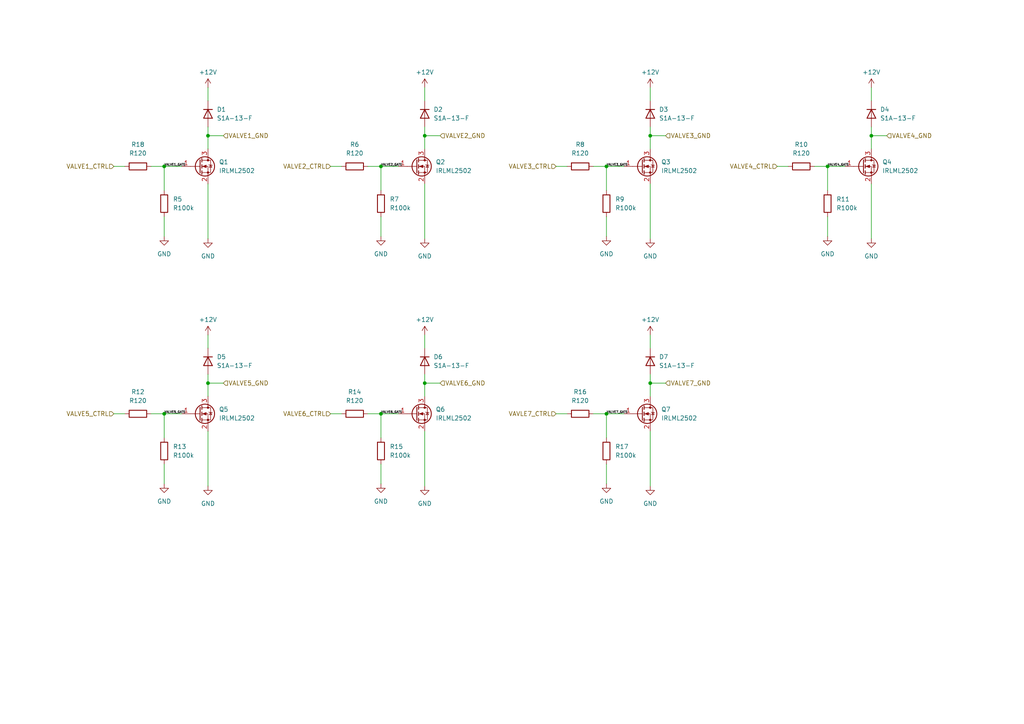
<source format=kicad_sch>
(kicad_sch (version 20230121) (generator eeschema)
  (paper "A4")
  (title_block (title "openautolab - Mainboard") (date "2024-04-03") (rev "1.0"))
  (lib_symbols
    (symbol "Device:D" (pin_numbers hide) (pin_names (offset 1.016) hide)
      (property "Reference" "D" (at 0 2.54 0))
      (property "Value" "D" (at 0 -2.54 0))
      (symbol "D_0_1"
        (polyline (pts (xy -1.27 1.27) (xy -1.27 -1.27)) (stroke (width 0.254)))
        (polyline (pts (xy 1.27 0) (xy -1.27 0)))
        (polyline (pts (xy 1.27 1.27) (xy 1.27 -1.27) (xy -1.27 0) (xy 1.27 1.27)) (stroke (width 0.254)))
      )
      (symbol "D_1_1"
        (pin passive line (at -3.81 0 0) (length 2.54) (name "K") (number "1"))
        (pin passive line (at 3.81 0 180) (length 2.54) (name "A") (number "2"))
      )
    )
    (symbol "Device:Q_NMOS_GSD" (pin_names (offset 0) hide)
      (property "Reference" "Q" (at 5.08 1.27 0))
      (property "Value" "Q_NMOS_GSD" (at 5.08 -1.27 0))
      (symbol "Q_NMOS_GSD_0_1"
        (polyline (pts (xy 0.254 0) (xy -2.54 0)))
        (polyline (pts (xy 0.254 1.905) (xy 0.254 -1.905)) (stroke (width 0.254)))
        (polyline (pts (xy 0.762 -1.27) (xy 0.762 -2.286)) (stroke (width 0.254)))
        (polyline (pts (xy 0.762 0.508) (xy 0.762 -0.508)) (stroke (width 0.254)))
        (polyline (pts (xy 0.762 2.286) (xy 0.762 1.27)) (stroke (width 0.254)))
        (polyline (pts (xy 2.54 2.54) (xy 2.54 1.778)))
        (polyline (pts (xy 2.54 -2.54) (xy 2.54 0) (xy 0.762 0)))
        (polyline (pts (xy 0.762 -1.778) (xy 3.302 -1.778) (xy 3.302 1.778) (xy 0.762 1.778)))
        (polyline (pts (xy 1.016 0) (xy 2.032 0.381) (xy 2.032 -0.381) (xy 1.016 0)) (fill (type outline)))
        (polyline (pts (xy 2.794 0.508) (xy 2.921 0.381) (xy 3.683 0.381) (xy 3.81 0.254)))
        (polyline (pts (xy 3.302 0.381) (xy 2.921 -0.254) (xy 3.683 -0.254) (xy 3.302 0.381)))
        (circle (center 1.651 0) (radius 2.794) (stroke (width 0.254)))
        (circle (center 2.54 -1.778) (radius 0.254) (fill (type outline)))
        (circle (center 2.54 1.778) (radius 0.254) (fill (type outline)))
      )
      (symbol "Q_NMOS_GSD_1_1"
        (pin input line (at -5.08 0 0) (length 2.54) (name "G") (number "1"))
        (pin passive line (at 2.54 -5.08 90) (length 2.54) (name "S") (number "2"))
        (pin passive line (at 2.54 5.08 270) (length 2.54) (name "D") (number "3"))
      )
    )
    (symbol "Device:R" (pin_numbers hide) (pin_names (offset 0))
      (property "Reference" "R" (at 2.032 0 90))
      (property "Value" "R" (at 0 0 90))
      (symbol "R_0_1"
        (rectangle (start -1.016 -2.54) (end 1.016 2.54) (stroke (width 0.254)))
      )
      (symbol "R_1_1"
        (pin passive line (at 0 3.81 270) (length 1.27) (name "~") (number "1"))
        (pin passive line (at 0 -3.81 90) (length 1.27) (name "~") (number "2"))
      )
    )
    (symbol "power:+12V" (power) (pin_names (offset 0))
      (property "Value" "+12V" (at 0 3.556 0))
      (symbol "+12V_0_1"
        (polyline (pts (xy -0.762 1.27) (xy 0 2.54)))
        (polyline (pts (xy 0 0) (xy 0 2.54)))
        (polyline (pts (xy 0 2.54) (xy 0.762 1.27)))
      )
      (symbol "+12V_1_1"
        (pin power_in line (at 0 0 90) (length 0) hide (name "+12V") (number "1"))
      )
    )
    (symbol "power:GND" (power) (pin_names (offset 0))
      (property "Value" "GND" (at 0 -3.81 0))
      (symbol "GND_0_1"
        (polyline (pts (xy 0 0) (xy 0 -1.27) (xy 1.27 -1.27) (xy 0 -2.54) (xy -1.27 -1.27) (xy 0 -1.27)))
      )
      (symbol "GND_1_1"
        (pin power_in line (at 0 0 270) (length 0) hide (name "GND") (number "1"))
      )
    )
  )
  (junction (at 60.325 111.125))
  (junction (at 188.595 111.125))
  (junction (at 123.19 111.125))
  (junction (at 252.73 39.37))
  (junction (at 60.325 39.37))
  (junction (at 175.895 120.015))
  (junction (at 47.625 120.015))
  (junction (at 47.625 48.26))
  (junction (at 175.895 48.26))
  (junction (at 188.595 39.37))
  (junction (at 110.49 48.26))
  (junction (at 110.49 120.015))
  (junction (at 123.19 39.37))
  (junction (at 240.03 48.26))
  (wire (pts (xy 33.02 120.015) (xy 36.195 120.015)))
  (wire (pts (xy 257.175 39.37) (xy 252.73 39.37)))
  (wire (pts (xy 123.19 39.37) (xy 123.19 43.18)))
  (wire (pts (xy 175.895 120.015) (xy 175.895 127)))
  (wire (pts (xy 60.325 36.83) (xy 60.325 39.37)))
  (wire (pts (xy 95.885 48.26) (xy 99.06 48.26)))
  (wire (pts (xy 47.625 48.26) (xy 52.705 48.26)))
  (wire (pts (xy 47.625 48.26) (xy 47.625 55.245)))
  (wire (pts (xy 123.19 97.155) (xy 123.19 100.965)))
  (wire (pts (xy 60.325 97.155) (xy 60.325 100.965)))
  (wire (pts (xy 60.325 39.37) (xy 60.325 43.18)))
  (wire (pts (xy 193.04 111.125) (xy 188.595 111.125)))
  (wire (pts (xy 123.19 25.4) (xy 123.19 29.21)))
  (wire (pts (xy 161.29 120.015) (xy 164.465 120.015)))
  (wire (pts (xy 252.73 53.34) (xy 252.73 69.215)))
  (wire (pts (xy 252.73 39.37) (xy 252.73 43.18)))
  (wire (pts (xy 175.895 120.015) (xy 180.975 120.015)))
  (wire (pts (xy 64.77 39.37) (xy 60.325 39.37)))
  (wire (pts (xy 33.02 48.26) (xy 36.195 48.26)))
  (wire (pts (xy 110.49 48.26) (xy 115.57 48.26)))
  (wire (pts (xy 47.625 120.015) (xy 47.625 127)))
  (wire (pts (xy 110.49 62.865) (xy 110.49 68.58)))
  (wire (pts (xy 110.49 120.015) (xy 110.49 127)))
  (wire (pts (xy 172.085 48.26) (xy 175.895 48.26)))
  (wire (pts (xy 236.22 48.26) (xy 240.03 48.26)))
  (wire (pts (xy 60.325 53.34) (xy 60.325 69.215)))
  (wire (pts (xy 43.815 48.26) (xy 47.625 48.26)))
  (wire (pts (xy 161.29 48.26) (xy 164.465 48.26)))
  (wire (pts (xy 47.625 62.865) (xy 47.625 68.58)))
  (wire (pts (xy 106.68 120.015) (xy 110.49 120.015)))
  (wire (pts (xy 252.73 25.4) (xy 252.73 29.21)))
  (wire (pts (xy 60.325 111.125) (xy 60.325 114.935)))
  (wire (pts (xy 123.19 36.83) (xy 123.19 39.37)))
  (wire (pts (xy 188.595 108.585) (xy 188.595 111.125)))
  (wire (pts (xy 175.895 48.26) (xy 180.975 48.26)))
  (wire (pts (xy 60.325 125.095) (xy 60.325 140.97)))
  (wire (pts (xy 240.03 62.865) (xy 240.03 68.58)))
  (wire (pts (xy 127.635 39.37) (xy 123.19 39.37)))
  (wire (pts (xy 188.595 53.34) (xy 188.595 69.215)))
  (wire (pts (xy 188.595 36.83) (xy 188.595 39.37)))
  (wire (pts (xy 47.625 134.62) (xy 47.625 140.335)))
  (wire (pts (xy 225.425 48.26) (xy 228.6 48.26)))
  (wire (pts (xy 110.49 48.26) (xy 110.49 55.245)))
  (wire (pts (xy 64.77 111.125) (xy 60.325 111.125)))
  (wire (pts (xy 188.595 97.155) (xy 188.595 100.965)))
  (wire (pts (xy 60.325 108.585) (xy 60.325 111.125)))
  (wire (pts (xy 123.19 53.34) (xy 123.19 69.215)))
  (wire (pts (xy 188.595 39.37) (xy 188.595 43.18)))
  (wire (pts (xy 110.49 120.015) (xy 115.57 120.015)))
  (wire (pts (xy 240.03 48.26) (xy 245.11 48.26)))
  (wire (pts (xy 106.68 48.26) (xy 110.49 48.26)))
  (wire (pts (xy 188.595 25.4) (xy 188.595 29.21)))
  (wire (pts (xy 175.895 134.62) (xy 175.895 140.335)))
  (wire (pts (xy 60.325 25.4) (xy 60.325 29.21)))
  (wire (pts (xy 175.895 62.865) (xy 175.895 68.58)))
  (wire (pts (xy 123.19 108.585) (xy 123.19 111.125)))
  (wire (pts (xy 123.19 125.095) (xy 123.19 140.97)))
  (wire (pts (xy 252.73 36.83) (xy 252.73 39.37)))
  (wire (pts (xy 240.03 48.26) (xy 240.03 55.245)))
  (wire (pts (xy 175.895 48.26) (xy 175.895 55.245)))
  (wire (pts (xy 95.885 120.015) (xy 99.06 120.015)))
  (wire (pts (xy 43.815 120.015) (xy 47.625 120.015)))
  (wire (pts (xy 127.635 111.125) (xy 123.19 111.125)))
  (wire (pts (xy 172.085 120.015) (xy 175.895 120.015)))
  (wire (pts (xy 110.49 134.62) (xy 110.49 140.335)))
  (wire (pts (xy 123.19 111.125) (xy 123.19 114.935)))
  (wire (pts (xy 188.595 111.125) (xy 188.595 114.935)))
  (wire (pts (xy 193.04 39.37) (xy 188.595 39.37)))
  (wire (pts (xy 188.595 125.095) (xy 188.595 140.97)))
  (wire (pts (xy 47.625 120.015) (xy 52.705 120.015)))
  (label "VALVE2_GATE" (at 110.49 48.26 0) (effects (font (size 0.635 0.635))))
  (label "VALVE1_GATE" (at 47.625 48.26 0) (effects (font (size 0.635 0.635))))
  (label "VALVE6_GATE" (at 110.49 120.015 0) (effects (font (size 0.635 0.635))))
  (label "VALVE4_GATE" (at 240.03 48.26 0) (effects (font (size 0.635 0.635))))
  (label "VALVE7_GATE" (at 175.895 120.015 0) (effects (font (size 0.635 0.635))))
  (label "VALVE5_GATE" (at 47.625 120.015 0) (effects (font (size 0.635 0.635))))
  (label "VALVE3_GATE" (at 175.895 48.26 0) (effects (font (size 0.635 0.635))))
  (hierarchical_label "VALVE5_CTRL" (shape input) (at 33.02 120.015 180))
  (hierarchical_label "VALVE1_GND" (shape input) (at 64.77 39.37 0))
  (hierarchical_label "VALVE7_GND" (shape input) (at 193.04 111.125 0))
  (hierarchical_label "VALVE6_GND" (shape input) (at 127.635 111.125 0))
  (hierarchical_label "VALVE2_GND" (shape input) (at 127.635 39.37 0))
  (hierarchical_label "VALVE2_CTRL" (shape input) (at 95.885 48.26 180))
  (hierarchical_label "VALVE3_GND" (shape input) (at 193.04 39.37 0))
  (hierarchical_label "VALVE6_CTRL" (shape input) (at 95.885 120.015 180))
  (hierarchical_label "VALVE4_CTRL" (shape input) (at 225.425 48.26 180))
  (hierarchical_label "VALVE5_GND" (shape input) (at 64.77 111.125 0))
  (hierarchical_label "VALVE3_CTRL" (shape input) (at 161.29 48.26 180))
  (hierarchical_label "VAVLE7_CTRL" (shape input) (at 161.29 120.015 180))
  (hierarchical_label "VALVE4_GND" (shape input) (at 257.175 39.37 0))
  (hierarchical_label "VALVE1_CTRL" (shape input) (at 33.02 48.26 180))
  (symbol (lib_id "Device:D") (at 123.19 33.02 270) (unit 1)
    (property "Reference" "D2" (at 125.73 31.75 90) (effects (justify left)))
    (property "Value" "S1A-13-F" (at 125.73 34.29 90) (effects (justify left)))
    (property "Footprint" "Diode_SMD:D_SMA" (effects hide))
    (property "Datasheet" "https://www.mouser.de/datasheet/2/115/DIOD_S_A0007810797_1-2542915.pdf" (effects hide))
    (property "Sim.Device" "D" (effects hide))
    (property "Sim.Pins" "1=K 2=A" (effects hide))
    (property "Mouser Part Number" "621-ES1A-F" (effects hide))
  )
  (symbol (lib_id "Device:Q_NMOS_GSD") (at 186.055 48.26 0) (unit 1)
    (property "Reference" "Q3" (at 191.77 46.99 0) (effects (justify left)))
    (property "Value" "IRLML2502" (at 191.77 49.53 0) (effects (justify left)))
    (property "Footprint" "Package_TO_SOT_SMD:SOT-23" (effects hide))
    (property "Mouser Part Number" "942-IRLML2502TRPBF" (effects hide))
  )
  (symbol (lib_id "Device:R") (at 168.275 48.26 90) (unit 1)
    (property "Reference" "R8" (at 168.275 41.91 90))
    (property "Value" "R120" (at 168.275 44.45 90))
    (property "Footprint" "Resistor_SMD:R_0805_2012Metric" (effects hide))
    (property "Mouser Part Number" "603-AC0805FR-07120RL" (effects hide))
  )
  (symbol (lib_id "power:+12V") (at 188.595 97.155 0) (unit 1)
    (property "Reference" "#PWR035" (effects hide))
    (property "Value" "+12V" (at 188.595 92.71 0))
  )
  (symbol (lib_id "Device:R") (at 110.49 130.81 180) (unit 1)
    (property "Reference" "R15" (at 113.03 129.54 0) (effects (justify right)))
    (property "Value" "R100k" (at 113.03 132.08 0) (effects (justify right)))
    (property "Footprint" "Resistor_SMD:R_0805_2012Metric" (effects hide))
    (property "Mouser Part Number" "660-RK73B2ATTD104J" (effects hide))
  )
  (symbol (lib_id "power:GND") (at 175.895 140.335 0) (unit 1)
    (property "Reference" "#PWR077" (effects hide))
    (property "Value" "GND" (at 175.895 145.415 0))
  )
  (symbol (lib_id "Device:R") (at 40.005 120.015 90) (unit 1)
    (property "Reference" "R12" (at 40.005 113.665 90))
    (property "Value" "R120" (at 40.005 116.205 90))
    (property "Footprint" "Resistor_SMD:R_0805_2012Metric" (effects hide))
    (property "Mouser Part Number" "603-AC0805FR-07120RL" (effects hide))
  )
  (symbol (lib_id "Device:R") (at 175.895 59.055 180) (unit 1)
    (property "Reference" "R9" (at 178.435 57.785 0) (effects (justify right)))
    (property "Value" "R100k" (at 178.435 60.325 0) (effects (justify right)))
    (property "Footprint" "Resistor_SMD:R_0805_2012Metric" (effects hide))
    (property "Mouser Part Number" "660-RK73B2ATTD104J" (effects hide))
  )
  (symbol (lib_id "Device:Q_NMOS_GSD") (at 120.65 48.26 0) (unit 1)
    (property "Reference" "Q2" (at 126.365 46.99 0) (effects (justify left)))
    (property "Value" "IRLML2502" (at 126.365 49.53 0) (effects (justify left)))
    (property "Footprint" "Package_TO_SOT_SMD:SOT-23" (effects hide))
    (property "Mouser Part Number" "942-IRLML2502TRPBF" (effects hide))
  )
  (symbol (lib_id "Device:Q_NMOS_GSD") (at 186.055 120.015 0) (unit 1)
    (property "Reference" "Q7" (at 191.77 118.745 0) (effects (justify left)))
    (property "Value" "IRLML2502" (at 191.77 121.285 0) (effects (justify left)))
    (property "Footprint" "Package_TO_SOT_SMD:SOT-23" (effects hide))
    (property "Mouser Part Number" "942-IRLML2502TRPBF" (effects hide))
  )
  (symbol (lib_id "Device:D") (at 252.73 33.02 270) (unit 1)
    (property "Reference" "D4" (at 255.27 31.75 90) (effects (justify left)))
    (property "Value" "S1A-13-F" (at 255.27 34.29 90) (effects (justify left)))
    (property "Footprint" "Diode_SMD:D_SMA" (effects hide))
    (property "Datasheet" "https://www.mouser.de/datasheet/2/115/DIOD_S_A0007810797_1-2542915.pdf" (effects hide))
    (property "Sim.Device" "D" (effects hide))
    (property "Sim.Pins" "1=K 2=A" (effects hide))
    (property "Mouser Part Number" "621-ES1A-F" (effects hide))
  )
  (symbol (lib_id "power:GND") (at 240.03 68.58 0) (unit 1)
    (property "Reference" "#PWR068" (effects hide))
    (property "Value" "GND" (at 240.03 73.66 0))
  )
  (symbol (lib_id "power:GND") (at 252.73 69.215 0) (unit 1)
    (property "Reference" "#PWR069" (effects hide))
    (property "Value" "GND" (at 252.73 74.295 0))
  )
  (symbol (lib_id "power:GND") (at 188.595 140.97 0) (unit 1)
    (property "Reference" "#PWR078" (effects hide))
    (property "Value" "GND" (at 188.595 146.05 0))
  )
  (symbol (lib_id "power:GND") (at 60.325 140.97 0) (unit 1)
    (property "Reference" "#PWR072" (effects hide))
    (property "Value" "GND" (at 60.325 146.05 0))
  )
  (symbol (lib_id "power:+12V") (at 252.73 25.4 0) (unit 1)
    (property "Reference" "#PWR032" (effects hide))
    (property "Value" "+12V" (at 252.73 20.955 0))
  )
  (symbol (lib_id "Device:Q_NMOS_GSD") (at 120.65 120.015 0) (unit 1)
    (property "Reference" "Q6" (at 126.365 118.745 0) (effects (justify left)))
    (property "Value" "IRLML2502" (at 126.365 121.285 0) (effects (justify left)))
    (property "Footprint" "Package_TO_SOT_SMD:SOT-23" (effects hide))
    (property "Mouser Part Number" "942-IRLML2502TRPBF" (effects hide))
  )
  (symbol (lib_id "Device:Q_NMOS_GSD") (at 57.785 48.26 0) (unit 1)
    (property "Reference" "Q1" (at 63.5 46.99 0) (effects (justify left)))
    (property "Value" "IRLML2502" (at 63.5 49.53 0) (effects (justify left)))
    (property "Footprint" "Package_TO_SOT_SMD:SOT-23" (effects hide))
    (property "Mouser Part Number" "942-IRLML2502TRPBF" (effects hide))
  )
  (symbol (lib_id "power:+12V") (at 60.325 25.4 0) (unit 1)
    (property "Reference" "#PWR023" (effects hide))
    (property "Value" "+12V" (at 60.325 20.955 0))
  )
  (symbol (lib_id "power:+12V") (at 123.19 25.4 0) (unit 1)
    (property "Reference" "#PWR030" (effects hide))
    (property "Value" "+12V" (at 123.19 20.955 0))
  )
  (symbol (lib_id "Device:D") (at 188.595 33.02 270) (unit 1)
    (property "Reference" "D3" (at 191.135 31.75 90) (effects (justify left)))
    (property "Value" "S1A-13-F" (at 191.135 34.29 90) (effects (justify left)))
    (property "Footprint" "Diode_SMD:D_SMA" (effects hide))
    (property "Datasheet" "https://www.mouser.de/datasheet/2/115/DIOD_S_A0007810797_1-2542915.pdf" (effects hide))
    (property "Sim.Device" "D" (effects hide))
    (property "Sim.Pins" "1=K 2=A" (effects hide))
    (property "Mouser Part Number" "621-ES1A-F" (effects hide))
  )
  (symbol (lib_id "Device:R") (at 232.41 48.26 90) (unit 1)
    (property "Reference" "R10" (at 232.41 41.91 90))
    (property "Value" "R120" (at 232.41 44.45 90))
    (property "Footprint" "Resistor_SMD:R_0805_2012Metric" (effects hide))
    (property "Mouser Part Number" "603-AC0805FR-07120RL" (effects hide))
  )
  (symbol (lib_id "power:GND") (at 60.325 69.215 0) (unit 1)
    (property "Reference" "#PWR067" (effects hide))
    (property "Value" "GND" (at 60.325 74.295 0))
  )
  (symbol (lib_id "power:GND") (at 47.625 140.335 0) (unit 1)
    (property "Reference" "#PWR071" (effects hide))
    (property "Value" "GND" (at 47.625 145.415 0))
  )
  (symbol (lib_id "Device:R") (at 168.275 120.015 90) (unit 1)
    (property "Reference" "R16" (at 168.275 113.665 90))
    (property "Value" "R120" (at 168.275 116.205 90))
    (property "Footprint" "Resistor_SMD:R_0805_2012Metric" (effects hide))
    (property "Mouser Part Number" "603-AC0805FR-07120RL" (effects hide))
  )
  (symbol (lib_id "Device:R") (at 175.895 130.81 180) (unit 1)
    (property "Reference" "R17" (at 178.435 129.54 0) (effects (justify right)))
    (property "Value" "R100k" (at 178.435 132.08 0) (effects (justify right)))
    (property "Footprint" "Resistor_SMD:R_0805_2012Metric" (effects hide))
    (property "Mouser Part Number" "660-RK73B2ATTD104J" (effects hide))
  )
  (symbol (lib_id "Device:R") (at 40.005 48.26 90) (unit 1)
    (property "Reference" "R18" (at 40.005 41.91 90))
    (property "Value" "R120" (at 40.005 44.45 90))
    (property "Footprint" "Resistor_SMD:R_0805_2012Metric" (effects hide))
    (property "Mouser Part Number" "603-AC0805FR-07120RL" (effects hide))
  )
  (symbol (lib_id "power:+12V") (at 60.325 97.155 0) (unit 1)
    (property "Reference" "#PWR033" (effects hide))
    (property "Value" "+12V" (at 60.325 92.71 0))
  )
  (symbol (lib_id "Device:D") (at 123.19 104.775 270) (unit 1)
    (property "Reference" "D6" (at 125.73 103.505 90) (effects (justify left)))
    (property "Value" "S1A-13-F" (at 125.73 106.045 90) (effects (justify left)))
    (property "Footprint" "Diode_SMD:D_SMA" (effects hide))
    (property "Datasheet" "https://www.mouser.de/datasheet/2/115/DIOD_S_A0007810797_1-2542915.pdf" (effects hide))
    (property "Sim.Device" "D" (effects hide))
    (property "Sim.Pins" "1=K 2=A" (effects hide))
    (property "Mouser Part Number" "621-ES1A-F" (effects hide))
  )
  (symbol (lib_id "Device:Q_NMOS_GSD") (at 250.19 48.26 0) (unit 1)
    (property "Reference" "Q4" (at 255.905 46.99 0) (effects (justify left)))
    (property "Value" "IRLML2502" (at 255.905 49.53 0) (effects (justify left)))
    (property "Footprint" "Package_TO_SOT_SMD:SOT-23" (effects hide))
    (property "Mouser Part Number" "942-IRLML2502TRPBF" (effects hide))
  )
  (symbol (lib_id "power:GND") (at 123.19 140.97 0) (unit 1)
    (property "Reference" "#PWR075" (effects hide))
    (property "Value" "GND" (at 123.19 146.05 0))
  )
  (symbol (lib_id "power:GND") (at 188.595 69.215 0) (unit 1)
    (property "Reference" "#PWR065" (effects hide))
    (property "Value" "GND" (at 188.595 74.295 0))
  )
  (symbol (lib_id "Device:D") (at 188.595 104.775 270) (unit 1)
    (property "Reference" "D7" (at 191.135 103.505 90) (effects (justify left)))
    (property "Value" "S1A-13-F" (at 191.135 106.045 90) (effects (justify left)))
    (property "Footprint" "Diode_SMD:D_SMA" (effects hide))
    (property "Datasheet" "https://www.mouser.de/datasheet/2/115/DIOD_S_A0007810797_1-2542915.pdf" (effects hide))
    (property "Sim.Device" "D" (effects hide))
    (property "Sim.Pins" "1=K 2=A" (effects hide))
    (property "Mouser Part Number" "621-ES1A-F" (effects hide))
  )
  (symbol (lib_id "power:GND") (at 110.49 68.58 0) (unit 1)
    (property "Reference" "#PWR024" (effects hide))
    (property "Value" "GND" (at 110.49 73.66 0))
  )
  (symbol (lib_id "power:GND") (at 123.19 69.215 0) (unit 1)
    (property "Reference" "#PWR061" (effects hide))
    (property "Value" "GND" (at 123.19 74.295 0))
  )
  (symbol (lib_id "Device:D") (at 60.325 33.02 270) (unit 1)
    (property "Reference" "D1" (at 62.865 31.75 90) (effects (justify left)))
    (property "Value" "S1A-13-F" (at 62.865 34.29 90) (effects (justify left)))
    (property "Footprint" "Diode_SMD:D_SMA" (effects hide))
    (property "Datasheet" "https://www.mouser.de/datasheet/2/115/DIOD_S_A0007810797_1-2542915.pdf" (effects hide))
    (property "Sim.Device" "D" (effects hide))
    (property "Sim.Pins" "1=K 2=A" (effects hide))
    (property "Mouser Part Number" "621-ES1A-F" (effects hide))
  )
  (symbol (lib_id "Device:R") (at 102.87 48.26 90) (unit 1)
    (property "Reference" "R6" (at 102.87 41.91 90))
    (property "Value" "R120" (at 102.87 44.45 90))
    (property "Footprint" "Resistor_SMD:R_0805_2012Metric" (effects hide))
    (property "Mouser Part Number" "603-AC0805FR-07120RL" (effects hide))
  )
  (symbol (lib_id "power:GND") (at 175.895 68.58 0) (unit 1)
    (property "Reference" "#PWR063" (effects hide))
    (property "Value" "GND" (at 175.895 73.66 0))
  )
  (symbol (lib_id "Device:D") (at 60.325 104.775 270) (unit 1)
    (property "Reference" "D5" (at 62.865 103.505 90) (effects (justify left)))
    (property "Value" "S1A-13-F" (at 62.865 106.045 90) (effects (justify left)))
    (property "Footprint" "Diode_SMD:D_SMA" (effects hide))
    (property "Datasheet" "https://www.mouser.de/datasheet/2/115/DIOD_S_A0007810797_1-2542915.pdf" (effects hide))
    (property "Sim.Device" "D" (effects hide))
    (property "Sim.Pins" "1=K 2=A" (effects hide))
    (property "Mouser Part Number" "621-ES1A-F" (effects hide))
  )
  (symbol (lib_id "power:GND") (at 47.625 68.58 0) (unit 1)
    (property "Reference" "#PWR02" (effects hide))
    (property "Value" "GND" (at 47.625 73.66 0))
  )
  (symbol (lib_id "Device:R") (at 240.03 59.055 180) (unit 1)
    (property "Reference" "R11" (at 242.57 57.785 0) (effects (justify right)))
    (property "Value" "R100k" (at 242.57 60.325 0) (effects (justify right)))
    (property "Footprint" "Resistor_SMD:R_0805_2012Metric" (effects hide))
    (property "Mouser Part Number" "660-RK73B2ATTD104J" (effects hide))
  )
  (symbol (lib_id "Device:R") (at 47.625 130.81 180) (unit 1)
    (property "Reference" "R13" (at 50.165 129.54 0) (effects (justify right)))
    (property "Value" "R100k" (at 50.165 132.08 0) (effects (justify right)))
    (property "Footprint" "Resistor_SMD:R_0805_2012Metric" (effects hide))
    (property "Mouser Part Number" "660-RK73B2ATTD104J" (effects hide))
  )
  (symbol (lib_id "power:+12V") (at 188.595 25.4 0) (unit 1)
    (property "Reference" "#PWR031" (effects hide))
    (property "Value" "+12V" (at 188.595 20.955 0))
  )
  (symbol (lib_id "Device:R") (at 47.625 59.055 180) (unit 1)
    (property "Reference" "R5" (at 50.165 57.785 0) (effects (justify right)))
    (property "Value" "R100k" (at 50.165 60.325 0) (effects (justify right)))
    (property "Footprint" "Resistor_SMD:R_0805_2012Metric" (effects hide))
    (property "Mouser Part Number" "660-RK73B2ATTD104J" (effects hide))
  )
  (symbol (lib_id "power:+12V") (at 123.19 97.155 0) (unit 1)
    (property "Reference" "#PWR034" (effects hide))
    (property "Value" "+12V" (at 123.19 92.71 0))
  )
  (symbol (lib_id "power:GND") (at 110.49 140.335 0) (unit 1)
    (property "Reference" "#PWR074" (effects hide))
    (property "Value" "GND" (at 110.49 145.415 0))
  )
  (symbol (lib_id "Device:Q_NMOS_GSD") (at 57.785 120.015 0) (unit 1)
    (property "Reference" "Q5" (at 63.5 118.745 0) (effects (justify left)))
    (property "Value" "IRLML2502" (at 63.5 121.285 0) (effects (justify left)))
    (property "Footprint" "Package_TO_SOT_SMD:SOT-23" (effects hide))
    (property "Mouser Part Number" "942-IRLML2502TRPBF" (effects hide))
  )
  (symbol (lib_id "Device:R") (at 102.87 120.015 90) (unit 1)
    (property "Reference" "R14" (at 102.87 113.665 90))
    (property "Value" "R120" (at 102.87 116.205 90))
    (property "Footprint" "Resistor_SMD:R_0805_2012Metric" (effects hide))
    (property "Mouser Part Number" "603-AC0805FR-07120RL" (effects hide))
  )
  (symbol (lib_id "Device:R") (at 110.49 59.055 180) (unit 1)
    (property "Reference" "R7" (at 113.03 57.785 0) (effects (justify right)))
    (property "Value" "R100k" (at 113.03 60.325 0) (effects (justify right)))
    (property "Footprint" "Resistor_SMD:R_0805_2012Metric" (effects hide))
    (property "Mouser Part Number" "660-RK73B2ATTD104J" (effects hide))
  )
)
</source>
